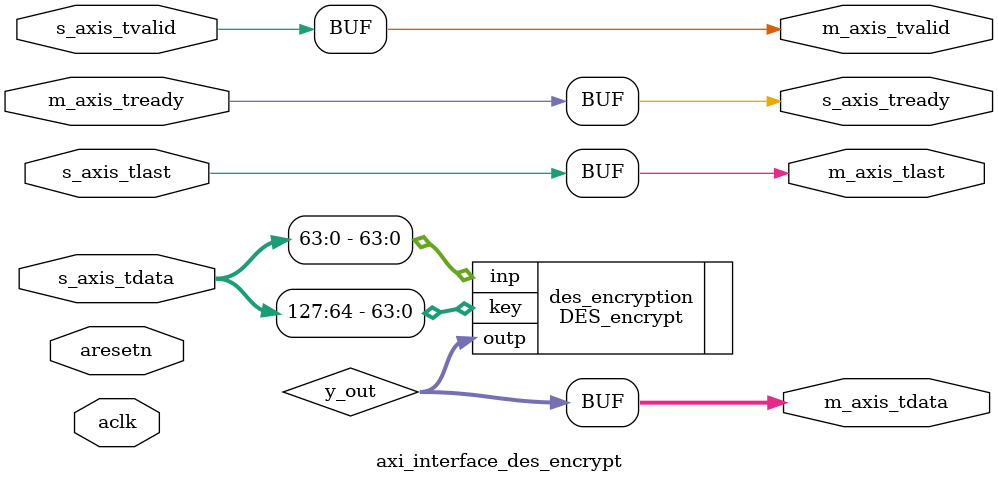
<source format=v>
module axi_interface_des_encrypt
    (
        input wire         aclk,
        input wire         aresetn,
        
        // *** AXIS slave port ***
        output wire        s_axis_tready,
        input wire [127:0]  s_axis_tdata,
        input wire         s_axis_tvalid,
        input wire         s_axis_tlast,
        // *** AXIS master port ***
        input wire         m_axis_tready,
        output wire [63:0] m_axis_tdata,
        output wire        m_axis_tvalid,
        output wire        m_axis_tlast
    );
    
    wire [63:0] y_out;
    
    // AXI-Stream control
    assign s_axis_tready = m_axis_tready;
    assign m_axis_tdata = y_out;
    assign m_axis_tvalid = s_axis_tvalid;
    assign m_axis_tlast = s_axis_tlast;
    
    // PE
    DES_encrypt des_encryption
    (
        .inp(s_axis_tdata[63:0]),
        .key(s_axis_tdata[127:64]),
        .outp(y_out)
    );
    
endmodule

</source>
